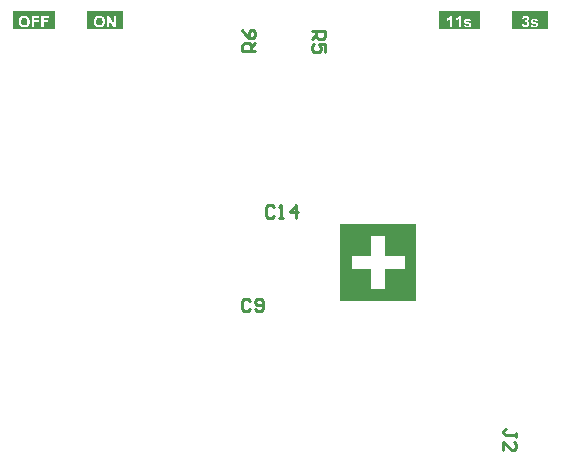
<source format=gbo>
G04*
G04 #@! TF.GenerationSoftware,Altium Limited,Altium Designer,22.2.1 (43)*
G04*
G04 Layer_Color=32896*
%FSLAX44Y44*%
%MOMM*%
G71*
G04*
G04 #@! TF.SameCoordinates,7C5D536F-F001-484F-B139-385EAFE792E0*
G04*
G04*
G04 #@! TF.FilePolarity,Positive*
G04*
G01*
G75*
%ADD10C,0.2540*%
G36*
X432582Y981000D02*
X467418D01*
Y996000D01*
X432582D01*
Y981000D01*
D02*
G37*
G36*
X494582D02*
X525418D01*
Y996000D01*
X494582D01*
Y981000D01*
D02*
G37*
G36*
X134582D02*
X165418D01*
Y996000D01*
X134582D01*
Y981000D01*
D02*
G37*
G36*
X72582D02*
X107418D01*
Y996000D01*
X72582D01*
Y981000D01*
D02*
G37*
G36*
X349125Y750440D02*
X413750D01*
Y815250D01*
X349125D01*
Y750440D01*
D02*
G37*
%LPC*%
G36*
X442379Y991805D02*
X443877D01*
Y982152D01*
X442033D01*
Y989101D01*
X442019Y989087D01*
X441991Y989059D01*
X441936Y989017D01*
X441852Y988948D01*
X441755Y988865D01*
X441644Y988782D01*
X441506Y988685D01*
X441353Y988574D01*
X441187Y988463D01*
X441006Y988352D01*
X440812Y988227D01*
X440604Y988116D01*
X440160Y987908D01*
X439661Y987714D01*
Y989378D01*
X439675D01*
X439689Y989392D01*
X439730Y989406D01*
X439786Y989420D01*
X439925Y989489D01*
X440119Y989572D01*
X440354Y989683D01*
X440618Y989836D01*
X440909Y990030D01*
X441214Y990252D01*
X441228Y990266D01*
X441256Y990279D01*
X441298Y990321D01*
X441353Y990377D01*
X441506Y990515D01*
X441672Y990695D01*
X441866Y990917D01*
X442060Y991195D01*
X442241Y991486D01*
X442379Y991805D01*
D02*
G37*
G36*
X449841D02*
X451338D01*
Y982152D01*
X449494D01*
Y989101D01*
X449480Y989087D01*
X449452Y989059D01*
X449397Y989017D01*
X449314Y988948D01*
X449216Y988865D01*
X449105Y988782D01*
X448967Y988685D01*
X448814Y988574D01*
X448648Y988463D01*
X448468Y988352D01*
X448273Y988227D01*
X448065Y988116D01*
X447622Y987908D01*
X447122Y987714D01*
Y989378D01*
X447136D01*
X447150Y989392D01*
X447192Y989406D01*
X447247Y989420D01*
X447386Y989489D01*
X447580Y989572D01*
X447816Y989683D01*
X448079Y989836D01*
X448371Y990030D01*
X448676Y990252D01*
X448689Y990266D01*
X448717Y990279D01*
X448759Y990321D01*
X448814Y990377D01*
X448967Y990515D01*
X449133Y990695D01*
X449327Y990917D01*
X449522Y991195D01*
X449702Y991486D01*
X449841Y991805D01*
D02*
G37*
G36*
X456747Y989267D02*
X457260D01*
X457371Y989253D01*
X457510Y989239D01*
X457662Y989225D01*
X457829Y989212D01*
X458175Y989156D01*
X458522Y989073D01*
X458855Y988948D01*
X459007Y988879D01*
X459146Y988795D01*
X459160D01*
X459174Y988768D01*
X459257Y988712D01*
X459382Y988601D01*
X459521Y988449D01*
X459687Y988269D01*
X459840Y988033D01*
X459992Y987755D01*
X460103Y987436D01*
X458370Y987117D01*
Y987131D01*
X458342Y987187D01*
X458314Y987256D01*
X458273Y987339D01*
X458217Y987450D01*
X458134Y987547D01*
X458051Y987644D01*
X457940Y987728D01*
X457926Y987741D01*
X457884Y987769D01*
X457815Y987797D01*
X457718Y987839D01*
X457593Y987880D01*
X457440Y987922D01*
X457260Y987936D01*
X457052Y987950D01*
X456927D01*
X456802Y987936D01*
X456650Y987922D01*
X456470Y987894D01*
X456303Y987866D01*
X456151Y987811D01*
X456012Y987741D01*
X455998D01*
X455984Y987714D01*
X455915Y987644D01*
X455832Y987520D01*
X455818Y987450D01*
X455804Y987367D01*
Y987353D01*
Y987339D01*
X455832Y987256D01*
X455887Y987145D01*
X455929Y987090D01*
X455984Y987034D01*
X455998Y987020D01*
X456054Y987007D01*
X456081Y986979D01*
X456137Y986965D01*
X456206Y986937D01*
X456289Y986896D01*
X456400Y986868D01*
X456511Y986826D01*
X456650Y986785D01*
X456816Y986743D01*
X456997Y986687D01*
X457205Y986632D01*
X457440Y986577D01*
X457704Y986507D01*
X457718D01*
X457773Y986493D01*
X457843Y986479D01*
X457940Y986452D01*
X458064Y986410D01*
X458203Y986382D01*
X458508Y986285D01*
X458855Y986161D01*
X459188Y986022D01*
X459354Y985939D01*
X459507Y985869D01*
X459632Y985772D01*
X459756Y985689D01*
X459784Y985661D01*
X459854Y985606D01*
X459937Y985495D01*
X460048Y985342D01*
X460159Y985148D01*
X460242Y984912D01*
X460311Y984635D01*
X460339Y984330D01*
Y984233D01*
X460325Y984164D01*
X460311Y984094D01*
X460297Y983997D01*
X460242Y983761D01*
X460145Y983512D01*
X460075Y983373D01*
X460006Y983234D01*
X459909Y983096D01*
X459798Y982957D01*
X459673Y982818D01*
X459534Y982680D01*
X459521Y982666D01*
X459493Y982652D01*
X459451Y982624D01*
X459382Y982569D01*
X459299Y982527D01*
X459202Y982471D01*
X459077Y982402D01*
X458938Y982347D01*
X458786Y982277D01*
X458605Y982222D01*
X458411Y982152D01*
X458203Y982111D01*
X457967Y982069D01*
X457718Y982028D01*
X457454Y982014D01*
X457177Y982000D01*
X457038D01*
X456941Y982014D01*
X456816D01*
X456678Y982028D01*
X456525Y982042D01*
X456359Y982069D01*
X455998Y982139D01*
X455624Y982236D01*
X455249Y982374D01*
X455083Y982471D01*
X454916Y982569D01*
X454902Y982582D01*
X454875Y982596D01*
X454833Y982624D01*
X454791Y982680D01*
X454639Y982804D01*
X454473Y982985D01*
X454292Y983206D01*
X454126Y983470D01*
X453973Y983789D01*
X453848Y984136D01*
X455693Y984413D01*
Y984385D01*
X455721Y984330D01*
X455748Y984233D01*
X455790Y984108D01*
X455859Y983969D01*
X455943Y983845D01*
X456040Y983706D01*
X456165Y983595D01*
X456178Y983581D01*
X456234Y983553D01*
X456317Y983512D01*
X456428Y983470D01*
X456567Y983415D01*
X456747Y983373D01*
X456941Y983345D01*
X457177Y983331D01*
X457288D01*
X457426Y983345D01*
X457579Y983359D01*
X457746Y983387D01*
X457926Y983442D01*
X458092Y983498D01*
X458245Y983581D01*
X458259Y983595D01*
X458286Y983623D01*
X458328Y983664D01*
X458370Y983720D01*
X458411Y983789D01*
X458453Y983872D01*
X458480Y983969D01*
X458494Y984080D01*
Y984094D01*
Y984122D01*
X458480Y984205D01*
X458439Y984316D01*
X458356Y984427D01*
X458328Y984455D01*
X458286Y984469D01*
X458231Y984510D01*
X458148Y984538D01*
X458037Y984579D01*
X457912Y984621D01*
X457746Y984663D01*
X457718D01*
X457648Y984690D01*
X457537Y984718D01*
X457385Y984746D01*
X457205Y984788D01*
X457010Y984843D01*
X456789Y984899D01*
X456553Y984968D01*
X456067Y985107D01*
X455832Y985176D01*
X455610Y985259D01*
X455402Y985328D01*
X455208Y985412D01*
X455041Y985495D01*
X454916Y985564D01*
X454902Y985578D01*
X454875Y985592D01*
X454847Y985620D01*
X454791Y985675D01*
X454653Y985800D01*
X454514Y985980D01*
X454362Y986202D01*
X454223Y986466D01*
X454168Y986618D01*
X454140Y986785D01*
X454112Y986951D01*
X454098Y987131D01*
Y987145D01*
Y987173D01*
Y987215D01*
X454112Y987284D01*
X454126Y987353D01*
X454140Y987450D01*
X454181Y987658D01*
X454264Y987894D01*
X454403Y988144D01*
X454473Y988282D01*
X454570Y988407D01*
X454681Y988532D01*
X454805Y988643D01*
X454819Y988657D01*
X454833Y988671D01*
X454875Y988698D01*
X454944Y988740D01*
X455013Y988782D01*
X455111Y988837D01*
X455221Y988893D01*
X455346Y988962D01*
X455499Y989017D01*
X455665Y989073D01*
X455845Y989128D01*
X456040Y989170D01*
X456262Y989212D01*
X456497Y989239D01*
X456747Y989267D01*
D02*
G37*
G36*
X506207Y991833D02*
X506332D01*
X506429Y991819D01*
X506554Y991805D01*
X506679Y991791D01*
X506831Y991763D01*
X506984Y991722D01*
X507330Y991625D01*
X507511Y991555D01*
X507705Y991458D01*
X507885Y991361D01*
X508051Y991250D01*
X508232Y991112D01*
X508384Y990959D01*
X508398Y990945D01*
X508412Y990931D01*
X508454Y990890D01*
X508495Y990834D01*
X508606Y990695D01*
X508731Y990501D01*
X508856Y990266D01*
X508953Y989988D01*
X509036Y989683D01*
X509050Y989530D01*
X509064Y989364D01*
Y989350D01*
Y989309D01*
X509050Y989239D01*
X509036Y989156D01*
X509022Y989045D01*
X508995Y988920D01*
X508953Y988782D01*
X508898Y988629D01*
X508814Y988476D01*
X508731Y988310D01*
X508620Y988144D01*
X508481Y987977D01*
X508315Y987811D01*
X508135Y987644D01*
X507927Y987492D01*
X507677Y987339D01*
X507691D01*
X507719Y987326D01*
X507760D01*
X507816Y987298D01*
X507968Y987256D01*
X508149Y987173D01*
X508357Y987062D01*
X508578Y986923D01*
X508800Y986743D01*
X508995Y986535D01*
X509022Y986507D01*
X509078Y986424D01*
X509147Y986299D01*
X509244Y986119D01*
X509341Y985911D01*
X509411Y985647D01*
X509466Y985370D01*
X509494Y985051D01*
Y984926D01*
X509480Y984843D01*
X509466Y984732D01*
X509438Y984607D01*
X509411Y984455D01*
X509383Y984302D01*
X509272Y983969D01*
X509189Y983789D01*
X509105Y983595D01*
X508995Y983415D01*
X508870Y983234D01*
X508731Y983054D01*
X508565Y982888D01*
X508551Y982874D01*
X508523Y982846D01*
X508468Y982804D01*
X508398Y982749D01*
X508301Y982680D01*
X508204Y982610D01*
X508065Y982527D01*
X507927Y982444D01*
X507774Y982361D01*
X507594Y982277D01*
X507400Y982208D01*
X507206Y982139D01*
X506984Y982083D01*
X506762Y982042D01*
X506512Y982014D01*
X506263Y982000D01*
X506138D01*
X506041Y982014D01*
X505930Y982028D01*
X505805Y982042D01*
X505666Y982069D01*
X505500Y982097D01*
X505167Y982180D01*
X504806Y982319D01*
X504612Y982402D01*
X504446Y982499D01*
X504265Y982624D01*
X504099Y982749D01*
X504085Y982763D01*
X504057Y982791D01*
X504016Y982832D01*
X503960Y982888D01*
X503891Y982957D01*
X503822Y983054D01*
X503738Y983151D01*
X503655Y983276D01*
X503572Y983415D01*
X503475Y983553D01*
X503322Y983886D01*
X503198Y984274D01*
X503142Y984482D01*
X503114Y984704D01*
X504889Y984926D01*
Y984912D01*
Y984899D01*
X504903Y984815D01*
X504931Y984690D01*
X504973Y984538D01*
X505042Y984371D01*
X505111Y984191D01*
X505222Y984025D01*
X505347Y983872D01*
X505361Y983858D01*
X505416Y983817D01*
X505500Y983761D01*
X505597Y983706D01*
X505736Y983636D01*
X505888Y983581D01*
X506054Y983539D01*
X506249Y983525D01*
X506276D01*
X506346Y983539D01*
X506443Y983553D01*
X506581Y983581D01*
X506734Y983636D01*
X506887Y983706D01*
X507053Y983817D01*
X507206Y983955D01*
X507219Y983969D01*
X507275Y984039D01*
X507330Y984136D01*
X507414Y984260D01*
X507483Y984427D01*
X507552Y984635D01*
X507594Y984871D01*
X507608Y985134D01*
Y985148D01*
Y985162D01*
Y985245D01*
X507594Y985370D01*
X507566Y985536D01*
X507511Y985717D01*
X507441Y985897D01*
X507344Y986077D01*
X507219Y986244D01*
X507206Y986258D01*
X507150Y986313D01*
X507067Y986382D01*
X506970Y986452D01*
X506831Y986535D01*
X506679Y986590D01*
X506512Y986646D01*
X506318Y986660D01*
X506179D01*
X506082Y986646D01*
X505957Y986632D01*
X505805Y986604D01*
X505652Y986563D01*
X505472Y986521D01*
X505666Y988005D01*
X505791D01*
X505930Y988019D01*
X506096Y988033D01*
X506276Y988074D01*
X506470Y988130D01*
X506651Y988213D01*
X506817Y988324D01*
X506831Y988338D01*
X506887Y988393D01*
X506942Y988463D01*
X507025Y988574D01*
X507095Y988698D01*
X507164Y988851D01*
X507206Y989031D01*
X507219Y989239D01*
Y989267D01*
Y989323D01*
X507206Y989406D01*
X507178Y989517D01*
X507150Y989641D01*
X507095Y989766D01*
X507025Y989905D01*
X506928Y990016D01*
X506914Y990030D01*
X506873Y990058D01*
X506817Y990113D01*
X506720Y990169D01*
X506609Y990210D01*
X506484Y990266D01*
X506318Y990293D01*
X506152Y990307D01*
X506068D01*
X505985Y990293D01*
X505874Y990266D01*
X505749Y990224D01*
X505611Y990169D01*
X505472Y990085D01*
X505347Y989974D01*
X505333Y989960D01*
X505292Y989919D01*
X505236Y989836D01*
X505167Y989725D01*
X505098Y989600D01*
X505042Y989434D01*
X504987Y989239D01*
X504945Y989017D01*
X503253Y989295D01*
Y989309D01*
X503267Y989336D01*
Y989378D01*
X503281Y989447D01*
X503322Y989600D01*
X503378Y989808D01*
X503461Y990030D01*
X503544Y990266D01*
X503655Y990488D01*
X503780Y990695D01*
X503794Y990723D01*
X503849Y990779D01*
X503933Y990876D01*
X504044Y991001D01*
X504182Y991125D01*
X504349Y991264D01*
X504557Y991403D01*
X504779Y991528D01*
X504792D01*
X504806Y991542D01*
X504889Y991569D01*
X505028Y991625D01*
X505195Y991680D01*
X505403Y991736D01*
X505652Y991791D01*
X505916Y991819D01*
X506207Y991833D01*
D02*
G37*
G36*
X513294Y989295D02*
X513807D01*
X513918Y989281D01*
X514057Y989267D01*
X514209Y989253D01*
X514375Y989239D01*
X514722Y989184D01*
X515069Y989101D01*
X515402Y988976D01*
X515554Y988906D01*
X515693Y988823D01*
X515707D01*
X515721Y988795D01*
X515804Y988740D01*
X515929Y988629D01*
X516067Y988476D01*
X516234Y988296D01*
X516386Y988061D01*
X516539Y987783D01*
X516650Y987464D01*
X514916Y987145D01*
Y987159D01*
X514889Y987215D01*
X514861Y987284D01*
X514819Y987367D01*
X514764Y987478D01*
X514681Y987575D01*
X514597Y987672D01*
X514486Y987755D01*
X514473Y987769D01*
X514431Y987797D01*
X514362Y987825D01*
X514265Y987866D01*
X514140Y987908D01*
X513987Y987950D01*
X513807Y987963D01*
X513599Y987977D01*
X513474D01*
X513349Y987963D01*
X513197Y987950D01*
X513016Y987922D01*
X512850Y987894D01*
X512697Y987839D01*
X512559Y987769D01*
X512545D01*
X512531Y987741D01*
X512462Y987672D01*
X512379Y987547D01*
X512365Y987478D01*
X512351Y987395D01*
Y987381D01*
Y987367D01*
X512379Y987284D01*
X512434Y987173D01*
X512476Y987117D01*
X512531Y987062D01*
X512545Y987048D01*
X512600Y987034D01*
X512628Y987007D01*
X512684Y986993D01*
X512753Y986965D01*
X512836Y986923D01*
X512947Y986896D01*
X513058Y986854D01*
X513197Y986812D01*
X513363Y986771D01*
X513543Y986715D01*
X513751Y986660D01*
X513987Y986604D01*
X514251Y986535D01*
X514265D01*
X514320Y986521D01*
X514389Y986507D01*
X514486Y986479D01*
X514611Y986438D01*
X514750Y986410D01*
X515055Y986313D01*
X515402Y986188D01*
X515735Y986050D01*
X515901Y985966D01*
X516054Y985897D01*
X516178Y985800D01*
X516303Y985717D01*
X516331Y985689D01*
X516400Y985633D01*
X516483Y985523D01*
X516594Y985370D01*
X516705Y985176D01*
X516789Y984940D01*
X516858Y984663D01*
X516886Y984358D01*
Y984260D01*
X516872Y984191D01*
X516858Y984122D01*
X516844Y984025D01*
X516789Y983789D01*
X516692Y983539D01*
X516622Y983401D01*
X516553Y983262D01*
X516456Y983123D01*
X516345Y982985D01*
X516220Y982846D01*
X516081Y982707D01*
X516067Y982693D01*
X516040Y982680D01*
X515998Y982652D01*
X515929Y982596D01*
X515846Y982555D01*
X515748Y982499D01*
X515624Y982430D01*
X515485Y982374D01*
X515332Y982305D01*
X515152Y982250D01*
X514958Y982180D01*
X514750Y982139D01*
X514514Y982097D01*
X514265Y982056D01*
X514001Y982042D01*
X513724Y982028D01*
X513585D01*
X513488Y982042D01*
X513363D01*
X513224Y982056D01*
X513072Y982069D01*
X512906Y982097D01*
X512545Y982166D01*
X512170Y982263D01*
X511796Y982402D01*
X511630Y982499D01*
X511463Y982596D01*
X511449Y982610D01*
X511422Y982624D01*
X511380Y982652D01*
X511338Y982707D01*
X511186Y982832D01*
X511019Y983012D01*
X510839Y983234D01*
X510673Y983498D01*
X510520Y983817D01*
X510395Y984164D01*
X512240Y984441D01*
Y984413D01*
X512267Y984358D01*
X512295Y984260D01*
X512337Y984136D01*
X512406Y983997D01*
X512489Y983872D01*
X512587Y983734D01*
X512711Y983623D01*
X512725Y983609D01*
X512781Y983581D01*
X512864Y983539D01*
X512975Y983498D01*
X513114Y983442D01*
X513294Y983401D01*
X513488Y983373D01*
X513724Y983359D01*
X513835D01*
X513973Y983373D01*
X514126Y983387D01*
X514292Y983415D01*
X514473Y983470D01*
X514639Y983525D01*
X514792Y983609D01*
X514805Y983623D01*
X514833Y983650D01*
X514875Y983692D01*
X514916Y983747D01*
X514958Y983817D01*
X515000Y983900D01*
X515027Y983997D01*
X515041Y984108D01*
Y984122D01*
Y984150D01*
X515027Y984233D01*
X514986Y984344D01*
X514902Y984455D01*
X514875Y984482D01*
X514833Y984496D01*
X514778Y984538D01*
X514695Y984566D01*
X514584Y984607D01*
X514459Y984649D01*
X514292Y984690D01*
X514265D01*
X514195Y984718D01*
X514084Y984746D01*
X513932Y984774D01*
X513751Y984815D01*
X513557Y984871D01*
X513335Y984926D01*
X513100Y984996D01*
X512614Y985134D01*
X512379Y985204D01*
X512157Y985287D01*
X511949Y985356D01*
X511754Y985439D01*
X511588Y985523D01*
X511463Y985592D01*
X511449Y985606D01*
X511422Y985620D01*
X511394Y985647D01*
X511338Y985703D01*
X511200Y985828D01*
X511061Y986008D01*
X510908Y986230D01*
X510770Y986493D01*
X510714Y986646D01*
X510686Y986812D01*
X510659Y986979D01*
X510645Y987159D01*
Y987173D01*
Y987201D01*
Y987242D01*
X510659Y987312D01*
X510673Y987381D01*
X510686Y987478D01*
X510728Y987686D01*
X510811Y987922D01*
X510950Y988171D01*
X511019Y988310D01*
X511116Y988435D01*
X511227Y988560D01*
X511352Y988671D01*
X511366Y988685D01*
X511380Y988698D01*
X511422Y988726D01*
X511491Y988768D01*
X511560Y988809D01*
X511657Y988865D01*
X511768Y988920D01*
X511893Y988990D01*
X512046Y989045D01*
X512212Y989101D01*
X512392Y989156D01*
X512587Y989198D01*
X512808Y989239D01*
X513044Y989267D01*
X513294Y989295D01*
D02*
G37*
G36*
X151602Y991777D02*
X153474D01*
X157440Y985314D01*
Y991777D01*
X159229D01*
Y982180D01*
X157288D01*
X153391Y988504D01*
Y982180D01*
X151602D01*
Y991777D01*
D02*
G37*
G36*
X145403Y991957D02*
X145500D01*
X145611Y991944D01*
X145749D01*
X145930Y991916D01*
X146138Y991888D01*
X146373Y991847D01*
X146623Y991791D01*
X146887Y991722D01*
X147164Y991638D01*
X147441Y991528D01*
X147732Y991403D01*
X148010Y991250D01*
X148287Y991070D01*
X148551Y990862D01*
X148800Y990626D01*
X148814Y990612D01*
X148856Y990571D01*
X148925Y990488D01*
X148995Y990390D01*
X149092Y990252D01*
X149203Y990085D01*
X149313Y989891D01*
X149438Y989669D01*
X149563Y989434D01*
X149674Y989156D01*
X149785Y988851D01*
X149882Y988532D01*
X149965Y988171D01*
X150021Y987797D01*
X150062Y987395D01*
X150076Y986965D01*
Y986868D01*
X150062Y986743D01*
Y986577D01*
X150035Y986382D01*
X150007Y986161D01*
X149965Y985897D01*
X149924Y985633D01*
X149854Y985342D01*
X149771Y985037D01*
X149660Y984732D01*
X149535Y984427D01*
X149397Y984136D01*
X149216Y983845D01*
X149022Y983567D01*
X148800Y983304D01*
X148786Y983290D01*
X148745Y983248D01*
X148676Y983179D01*
X148565Y983096D01*
X148440Y982999D01*
X148287Y982888D01*
X148107Y982777D01*
X147913Y982652D01*
X147677Y982527D01*
X147427Y982416D01*
X147150Y982305D01*
X146845Y982208D01*
X146526Y982125D01*
X146179Y982056D01*
X145819Y982014D01*
X145430Y982000D01*
X145333D01*
X145222Y982014D01*
X145084Y982028D01*
X144903Y982042D01*
X144695Y982069D01*
X144460Y982111D01*
X144210Y982166D01*
X143933Y982236D01*
X143669Y982319D01*
X143378Y982430D01*
X143101Y982555D01*
X142809Y982693D01*
X142546Y982874D01*
X142282Y983068D01*
X142033Y983304D01*
X142019Y983317D01*
X141977Y983359D01*
X141922Y983442D01*
X141839Y983539D01*
X141741Y983678D01*
X141630Y983845D01*
X141519Y984025D01*
X141409Y984247D01*
X141284Y984482D01*
X141173Y984760D01*
X141062Y985051D01*
X140965Y985370D01*
X140882Y985717D01*
X140826Y986091D01*
X140785Y986493D01*
X140771Y986909D01*
Y987048D01*
X140785Y987159D01*
Y987284D01*
X140798Y987422D01*
X140812Y987589D01*
X140826Y987769D01*
X140882Y988158D01*
X140951Y988574D01*
X141062Y988990D01*
X141201Y989378D01*
Y989392D01*
X141214Y989406D01*
X141242Y989447D01*
X141256Y989503D01*
X141339Y989641D01*
X141436Y989822D01*
X141561Y990030D01*
X141714Y990238D01*
X141894Y990474D01*
X142088Y990695D01*
X142102Y990709D01*
X142116Y990723D01*
X142185Y990793D01*
X142310Y990903D01*
X142463Y991028D01*
X142643Y991167D01*
X142851Y991320D01*
X143087Y991458D01*
X143336Y991569D01*
X143350D01*
X143378Y991583D01*
X143433Y991611D01*
X143503Y991625D01*
X143586Y991666D01*
X143683Y991694D01*
X143808Y991722D01*
X143933Y991763D01*
X144238Y991833D01*
X144584Y991902D01*
X144987Y991944D01*
X145403Y991957D01*
D02*
G37*
%LPD*%
G36*
X145236Y990293D02*
X145125Y990279D01*
X145014Y990266D01*
X144737Y990210D01*
X144432Y990099D01*
X144265Y990044D01*
X144099Y989960D01*
X143947Y989863D01*
X143780Y989752D01*
X143628Y989628D01*
X143489Y989475D01*
X143475Y989461D01*
X143461Y989434D01*
X143420Y989392D01*
X143378Y989323D01*
X143322Y989225D01*
X143267Y989128D01*
X143198Y989004D01*
X143128Y988851D01*
X143059Y988685D01*
X142990Y988504D01*
X142934Y988296D01*
X142879Y988074D01*
X142837Y987825D01*
X142795Y987561D01*
X142781Y987284D01*
X142768Y986979D01*
Y986965D01*
Y986909D01*
Y986826D01*
X142781Y986715D01*
X142795Y986577D01*
X142809Y986410D01*
X142837Y986244D01*
X142865Y986050D01*
X142948Y985647D01*
X143087Y985245D01*
X143170Y985037D01*
X143267Y984843D01*
X143392Y984663D01*
X143517Y984496D01*
X143530Y984482D01*
X143558Y984455D01*
X143600Y984413D01*
X143655Y984371D01*
X143725Y984302D01*
X143822Y984233D01*
X143919Y984150D01*
X144044Y984080D01*
X144307Y983914D01*
X144640Y983789D01*
X144820Y983734D01*
X145014Y983692D01*
X145222Y983664D01*
X145430Y983650D01*
X145541D01*
X145625Y983664D01*
X145722Y983678D01*
X145833Y983692D01*
X146096Y983761D01*
X146401Y983858D01*
X146554Y983928D01*
X146720Y983997D01*
X146873Y984094D01*
X147039Y984205D01*
X147192Y984330D01*
X147330Y984482D01*
X147344Y984496D01*
X147358Y984524D01*
X147400Y984566D01*
X147441Y984635D01*
X147511Y984732D01*
X147566Y984843D01*
X147635Y984968D01*
X147705Y985120D01*
X147774Y985287D01*
X147844Y985467D01*
X147913Y985675D01*
X147968Y985911D01*
X148010Y986147D01*
X148052Y986410D01*
X148065Y986701D01*
X148079Y987007D01*
Y987020D01*
Y987076D01*
Y987159D01*
X148065Y987284D01*
X148052Y987422D01*
X148038Y987575D01*
X148024Y987755D01*
X147982Y987936D01*
X147899Y988338D01*
X147774Y988754D01*
X147691Y988962D01*
X147594Y989142D01*
X147469Y989323D01*
X147344Y989489D01*
X147330Y989503D01*
X147317Y989530D01*
X147275Y989558D01*
X147219Y989614D01*
X147136Y989683D01*
X147053Y989752D01*
X146956Y989822D01*
X146831Y989905D01*
X146706Y989974D01*
X146554Y990044D01*
X146235Y990182D01*
X146054Y990238D01*
X145860Y990266D01*
X145652Y990293D01*
X145430Y990307D01*
X145319D01*
X145236Y990293D01*
D02*
G37*
%LPC*%
G36*
X88024Y991777D02*
X94611D01*
Y990155D01*
X89965D01*
Y987880D01*
X93973D01*
Y986258D01*
X89965D01*
Y982180D01*
X88024D01*
Y991777D01*
D02*
G37*
G36*
X96220D02*
X102808D01*
Y990155D01*
X98162D01*
Y987880D01*
X102170D01*
Y986258D01*
X98162D01*
Y982180D01*
X96220D01*
Y991777D01*
D02*
G37*
G36*
X81825Y991957D02*
X81922D01*
X82033Y991944D01*
X82171D01*
X82352Y991916D01*
X82560Y991888D01*
X82795Y991847D01*
X83045Y991791D01*
X83308Y991722D01*
X83586Y991638D01*
X83863Y991528D01*
X84155Y991403D01*
X84432Y991250D01*
X84709Y991070D01*
X84973Y990862D01*
X85222Y990626D01*
X85236Y990612D01*
X85278Y990571D01*
X85347Y990488D01*
X85416Y990390D01*
X85514Y990252D01*
X85625Y990085D01*
X85736Y989891D01*
X85860Y989669D01*
X85985Y989434D01*
X86096Y989156D01*
X86207Y988851D01*
X86304Y988532D01*
X86387Y988171D01*
X86443Y987797D01*
X86484Y987395D01*
X86498Y986965D01*
Y986868D01*
X86484Y986743D01*
Y986577D01*
X86457Y986382D01*
X86429Y986161D01*
X86387Y985897D01*
X86346Y985633D01*
X86276Y985342D01*
X86193Y985037D01*
X86082Y984732D01*
X85957Y984427D01*
X85819Y984136D01*
X85638Y983845D01*
X85444Y983567D01*
X85222Y983304D01*
X85209Y983290D01*
X85167Y983248D01*
X85098Y983179D01*
X84987Y983096D01*
X84862Y982999D01*
X84709Y982888D01*
X84529Y982777D01*
X84335Y982652D01*
X84099Y982527D01*
X83849Y982416D01*
X83572Y982305D01*
X83267Y982208D01*
X82948Y982125D01*
X82601Y982056D01*
X82241Y982014D01*
X81852Y982000D01*
X81755D01*
X81644Y982014D01*
X81506Y982028D01*
X81325Y982042D01*
X81117Y982069D01*
X80882Y982111D01*
X80632Y982166D01*
X80355Y982236D01*
X80091Y982319D01*
X79800Y982430D01*
X79522Y982555D01*
X79231Y982693D01*
X78968Y982874D01*
X78704Y983068D01*
X78455Y983304D01*
X78441Y983317D01*
X78399Y983359D01*
X78344Y983442D01*
X78260Y983539D01*
X78163Y983678D01*
X78052Y983845D01*
X77941Y984025D01*
X77831Y984247D01*
X77706Y984482D01*
X77595Y984760D01*
X77484Y985051D01*
X77387Y985370D01*
X77304Y985717D01*
X77248Y986091D01*
X77206Y986493D01*
X77193Y986909D01*
Y987048D01*
X77206Y987159D01*
Y987284D01*
X77220Y987422D01*
X77234Y987589D01*
X77248Y987769D01*
X77304Y988158D01*
X77373Y988574D01*
X77484Y988990D01*
X77622Y989378D01*
Y989392D01*
X77636Y989406D01*
X77664Y989447D01*
X77678Y989503D01*
X77761Y989641D01*
X77858Y989822D01*
X77983Y990030D01*
X78136Y990238D01*
X78316Y990474D01*
X78510Y990695D01*
X78524Y990709D01*
X78538Y990723D01*
X78607Y990793D01*
X78732Y990903D01*
X78885Y991028D01*
X79065Y991167D01*
X79273Y991320D01*
X79509Y991458D01*
X79758Y991569D01*
X79772D01*
X79800Y991583D01*
X79855Y991611D01*
X79925Y991625D01*
X80008Y991666D01*
X80105Y991694D01*
X80230Y991722D01*
X80355Y991763D01*
X80660Y991833D01*
X81006Y991902D01*
X81409Y991944D01*
X81825Y991957D01*
D02*
G37*
%LPD*%
G36*
X81658Y990293D02*
X81547Y990279D01*
X81436Y990266D01*
X81159Y990210D01*
X80854Y990099D01*
X80687Y990044D01*
X80521Y989960D01*
X80368Y989863D01*
X80202Y989752D01*
X80049Y989628D01*
X79911Y989475D01*
X79897Y989461D01*
X79883Y989434D01*
X79841Y989392D01*
X79800Y989323D01*
X79744Y989225D01*
X79689Y989128D01*
X79619Y989004D01*
X79550Y988851D01*
X79481Y988685D01*
X79412Y988504D01*
X79356Y988296D01*
X79301Y988074D01*
X79259Y987825D01*
X79217Y987561D01*
X79204Y987284D01*
X79190Y986979D01*
Y986965D01*
Y986909D01*
Y986826D01*
X79204Y986715D01*
X79217Y986577D01*
X79231Y986410D01*
X79259Y986244D01*
X79287Y986050D01*
X79370Y985647D01*
X79509Y985245D01*
X79592Y985037D01*
X79689Y984843D01*
X79814Y984663D01*
X79939Y984496D01*
X79952Y984482D01*
X79980Y984455D01*
X80022Y984413D01*
X80077Y984371D01*
X80147Y984302D01*
X80244Y984233D01*
X80341Y984150D01*
X80465Y984080D01*
X80729Y983914D01*
X81062Y983789D01*
X81242Y983734D01*
X81436Y983692D01*
X81644Y983664D01*
X81852Y983650D01*
X81963D01*
X82046Y983664D01*
X82144Y983678D01*
X82254Y983692D01*
X82518Y983761D01*
X82823Y983858D01*
X82976Y983928D01*
X83142Y983997D01*
X83295Y984094D01*
X83461Y984205D01*
X83614Y984330D01*
X83752Y984482D01*
X83766Y984496D01*
X83780Y984524D01*
X83822Y984566D01*
X83863Y984635D01*
X83933Y984732D01*
X83988Y984843D01*
X84057Y984968D01*
X84127Y985120D01*
X84196Y985287D01*
X84265Y985467D01*
X84335Y985675D01*
X84390Y985911D01*
X84432Y986147D01*
X84473Y986410D01*
X84487Y986701D01*
X84501Y987007D01*
Y987020D01*
Y987076D01*
Y987159D01*
X84487Y987284D01*
X84473Y987422D01*
X84460Y987575D01*
X84446Y987755D01*
X84404Y987936D01*
X84321Y988338D01*
X84196Y988754D01*
X84113Y988962D01*
X84016Y989142D01*
X83891Y989323D01*
X83766Y989489D01*
X83752Y989503D01*
X83738Y989530D01*
X83697Y989558D01*
X83641Y989614D01*
X83558Y989683D01*
X83475Y989752D01*
X83378Y989822D01*
X83253Y989905D01*
X83128Y989974D01*
X82976Y990044D01*
X82657Y990182D01*
X82476Y990238D01*
X82282Y990266D01*
X82074Y990293D01*
X81852Y990307D01*
X81741D01*
X81658Y990293D01*
D02*
G37*
%LPC*%
G36*
X375697Y805250D02*
X403750D01*
Y760440D01*
D01*
Y777290D01*
X387178D01*
Y760440D01*
X359125D01*
X375697D01*
Y777290D01*
X359125D01*
Y788492D01*
X375697D01*
Y805250D01*
D02*
G37*
%LPD*%
G36*
X387178Y788492D02*
X403750D01*
Y805250D01*
X387178D01*
Y788492D01*
D02*
G37*
D10*
X293585Y829666D02*
X291753Y831498D01*
X288087D01*
X286254Y829666D01*
Y822335D01*
X288087Y820502D01*
X291753D01*
X293585Y822335D01*
X297251Y820502D02*
X300916D01*
X299084D01*
Y831498D01*
X297251Y829666D01*
X311913Y820502D02*
Y831498D01*
X306415Y826000D01*
X313746D01*
X277498Y961836D02*
X266502D01*
Y967335D01*
X268335Y969167D01*
X272000D01*
X273833Y967335D01*
Y961836D01*
Y965502D02*
X277498Y969167D01*
X266502Y980164D02*
X268335Y976498D01*
X272000Y972833D01*
X275665D01*
X277498Y974666D01*
Y978331D01*
X275665Y980164D01*
X273833D01*
X272000Y978331D01*
Y972833D01*
X325502Y979164D02*
X336498D01*
Y973665D01*
X334665Y971833D01*
X331000D01*
X329167Y973665D01*
Y979164D01*
Y975498D02*
X325502Y971833D01*
X336498Y960836D02*
Y968167D01*
X331000D01*
X332833Y964502D01*
Y962669D01*
X331000Y960836D01*
X327335D01*
X325502Y962669D01*
Y966335D01*
X327335Y968167D01*
X498498Y634833D02*
Y638498D01*
Y636665D01*
X489335D01*
X487502Y638498D01*
Y640331D01*
X489335Y642164D01*
X487502Y623836D02*
Y631167D01*
X494833Y623836D01*
X496666D01*
X498498Y625669D01*
Y629335D01*
X496666Y631167D01*
X273167Y750666D02*
X271334Y752498D01*
X267669D01*
X265836Y750666D01*
Y743335D01*
X267669Y741502D01*
X271334D01*
X273167Y743335D01*
X276833D02*
X278666Y741502D01*
X282331D01*
X284164Y743335D01*
Y750666D01*
X282331Y752498D01*
X278666D01*
X276833Y750666D01*
Y748833D01*
X278666Y747000D01*
X284164D01*
M02*

</source>
